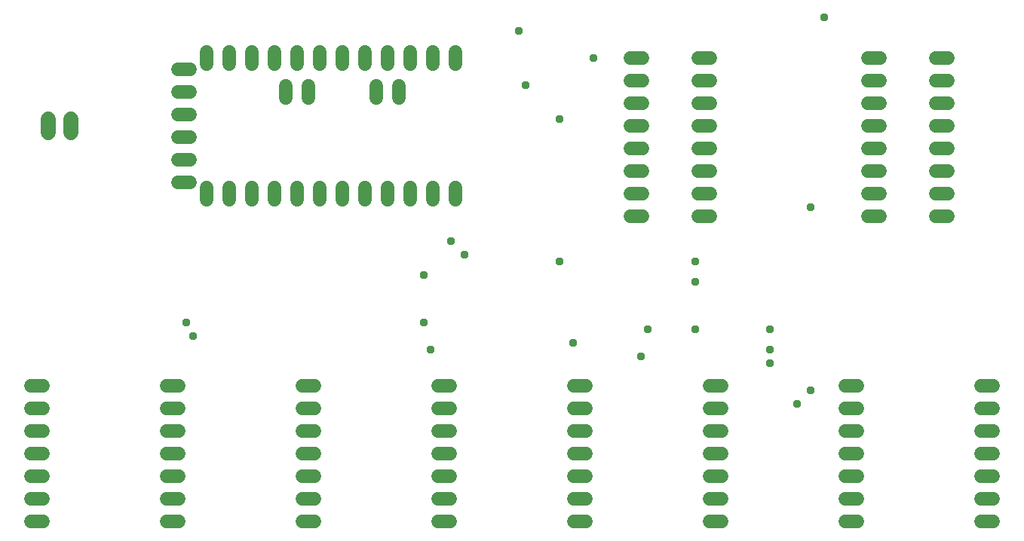
<source format=gbr>
G04 EAGLE Gerber X2 export*
%TF.Part,Single*%
%TF.FileFunction,Soldermask,Top,1*%
%TF.FilePolarity,Negative*%
%TF.GenerationSoftware,Autodesk,EAGLE,8.7.0*%
%TF.CreationDate,2018-05-24T18:28:41Z*%
G75*
%MOMM*%
%FSLAX34Y34*%
%LPD*%
%AMOC8*
5,1,8,0,0,1.08239X$1,22.5*%
G01*
%ADD10C,1.524000*%
%ADD11C,1.511200*%
%ADD12C,1.711200*%
%ADD13C,0.959600*%


D10*
X1251204Y355600D02*
X1237996Y355600D01*
X1237996Y381000D02*
X1251204Y381000D01*
X1251204Y508000D02*
X1237996Y508000D01*
X1237996Y533400D02*
X1251204Y533400D01*
X1251204Y406400D02*
X1237996Y406400D01*
X1237996Y431800D02*
X1251204Y431800D01*
X1251204Y482600D02*
X1237996Y482600D01*
X1237996Y457200D02*
X1251204Y457200D01*
X1175004Y533400D02*
X1161796Y533400D01*
X1161796Y508000D02*
X1175004Y508000D01*
X1175004Y482600D02*
X1161796Y482600D01*
X1161796Y457200D02*
X1175004Y457200D01*
X1175004Y431800D02*
X1161796Y431800D01*
X1161796Y406400D02*
X1175004Y406400D01*
X1175004Y381000D02*
X1161796Y381000D01*
X1161796Y355600D02*
X1175004Y355600D01*
X501904Y12700D02*
X488696Y12700D01*
X488696Y38100D02*
X501904Y38100D01*
X501904Y63500D02*
X488696Y63500D01*
X488696Y88900D02*
X501904Y88900D01*
X501904Y114300D02*
X488696Y114300D01*
X488696Y139700D02*
X501904Y139700D01*
X501904Y165100D02*
X488696Y165100D01*
X641096Y12700D02*
X654304Y12700D01*
X654304Y38100D02*
X641096Y38100D01*
X641096Y63500D02*
X654304Y63500D01*
X654304Y88900D02*
X641096Y88900D01*
X641096Y114300D02*
X654304Y114300D01*
X654304Y139700D02*
X641096Y139700D01*
X641096Y165100D02*
X654304Y165100D01*
X793496Y12700D02*
X806704Y12700D01*
X806704Y38100D02*
X793496Y38100D01*
X793496Y63500D02*
X806704Y63500D01*
X806704Y88900D02*
X793496Y88900D01*
X793496Y114300D02*
X806704Y114300D01*
X806704Y139700D02*
X793496Y139700D01*
X793496Y165100D02*
X806704Y165100D01*
X945896Y12700D02*
X959104Y12700D01*
X959104Y38100D02*
X945896Y38100D01*
X945896Y63500D02*
X959104Y63500D01*
X959104Y88900D02*
X945896Y88900D01*
X945896Y114300D02*
X959104Y114300D01*
X959104Y139700D02*
X945896Y139700D01*
X945896Y165100D02*
X959104Y165100D01*
X1098296Y12700D02*
X1111504Y12700D01*
X1111504Y38100D02*
X1098296Y38100D01*
X1098296Y63500D02*
X1111504Y63500D01*
X1111504Y88900D02*
X1098296Y88900D01*
X1098296Y114300D02*
X1111504Y114300D01*
X1111504Y139700D02*
X1098296Y139700D01*
X1098296Y165100D02*
X1111504Y165100D01*
X1250696Y12700D02*
X1263904Y12700D01*
X1263904Y38100D02*
X1250696Y38100D01*
X1250696Y63500D02*
X1263904Y63500D01*
X1263904Y88900D02*
X1250696Y88900D01*
X1250696Y114300D02*
X1263904Y114300D01*
X1263904Y139700D02*
X1250696Y139700D01*
X1250696Y165100D02*
X1263904Y165100D01*
X1403096Y12700D02*
X1416304Y12700D01*
X1416304Y38100D02*
X1403096Y38100D01*
X1403096Y63500D02*
X1416304Y63500D01*
X1416304Y88900D02*
X1403096Y88900D01*
X1403096Y114300D02*
X1416304Y114300D01*
X1416304Y139700D02*
X1403096Y139700D01*
X1403096Y165100D02*
X1416304Y165100D01*
X1555496Y12700D02*
X1568704Y12700D01*
X1568704Y38100D02*
X1555496Y38100D01*
X1555496Y63500D02*
X1568704Y63500D01*
X1568704Y88900D02*
X1555496Y88900D01*
X1555496Y114300D02*
X1568704Y114300D01*
X1568704Y139700D02*
X1555496Y139700D01*
X1555496Y165100D02*
X1568704Y165100D01*
X1517904Y355600D02*
X1504696Y355600D01*
X1504696Y381000D02*
X1517904Y381000D01*
X1517904Y508000D02*
X1504696Y508000D01*
X1504696Y533400D02*
X1517904Y533400D01*
X1517904Y406400D02*
X1504696Y406400D01*
X1504696Y431800D02*
X1517904Y431800D01*
X1517904Y482600D02*
X1504696Y482600D01*
X1504696Y457200D02*
X1517904Y457200D01*
X1441704Y533400D02*
X1428496Y533400D01*
X1428496Y508000D02*
X1441704Y508000D01*
X1441704Y482600D02*
X1428496Y482600D01*
X1428496Y457200D02*
X1441704Y457200D01*
X1441704Y431800D02*
X1428496Y431800D01*
X1428496Y406400D02*
X1441704Y406400D01*
X1441704Y381000D02*
X1428496Y381000D01*
X1428496Y355600D02*
X1441704Y355600D01*
D11*
X685800Y374460D02*
X685800Y387540D01*
X711200Y387540D02*
X711200Y374460D01*
X736600Y374460D02*
X736600Y387540D01*
X762000Y387540D02*
X762000Y374460D01*
X787400Y374460D02*
X787400Y387540D01*
X812800Y387540D02*
X812800Y374460D01*
X838200Y374460D02*
X838200Y387540D01*
X863600Y387540D02*
X863600Y374460D01*
X889000Y374460D02*
X889000Y387540D01*
X914400Y387540D02*
X914400Y374460D01*
X939800Y374460D02*
X939800Y387540D01*
X965200Y387540D02*
X965200Y374460D01*
X685800Y526860D02*
X685800Y539940D01*
X711200Y539940D02*
X711200Y526860D01*
X736600Y526860D02*
X736600Y539940D01*
X762000Y539940D02*
X762000Y526860D01*
X787400Y526860D02*
X787400Y539940D01*
X812800Y539940D02*
X812800Y526860D01*
X838200Y526860D02*
X838200Y539940D01*
X863600Y539940D02*
X863600Y526860D01*
X889000Y526860D02*
X889000Y539940D01*
X914400Y539940D02*
X914400Y526860D01*
X939800Y526860D02*
X939800Y539940D01*
X965200Y539940D02*
X965200Y526860D01*
X666940Y393700D02*
X653860Y393700D01*
X653860Y419100D02*
X666940Y419100D01*
X666940Y444500D02*
X653860Y444500D01*
X653860Y469900D02*
X666940Y469900D01*
X666940Y495300D02*
X653860Y495300D01*
X653860Y520700D02*
X666940Y520700D01*
X901700Y501840D02*
X901700Y488760D01*
X876300Y488760D02*
X876300Y501840D01*
X800100Y501840D02*
X800100Y488760D01*
X774700Y488760D02*
X774700Y501840D01*
D12*
X508000Y464740D02*
X508000Y449660D01*
X533400Y449660D02*
X533400Y464740D01*
D13*
X1363980Y365760D03*
X1036320Y563880D03*
X1082040Y464820D03*
X1043940Y502920D03*
X1173480Y198120D03*
X1120140Y533400D03*
X1379220Y579120D03*
X662940Y236220D03*
X975360Y312420D03*
X929640Y236220D03*
X1082040Y304800D03*
X929640Y289560D03*
X960120Y327660D03*
X1348740Y144780D03*
X670560Y220980D03*
X1234440Y228600D03*
X1318260Y228600D03*
X1097280Y213360D03*
X1234440Y304800D03*
X937260Y205740D03*
X1181100Y228600D03*
X1234440Y281940D03*
X1363980Y160020D03*
X1318260Y205740D03*
X1318260Y190500D03*
M02*

</source>
